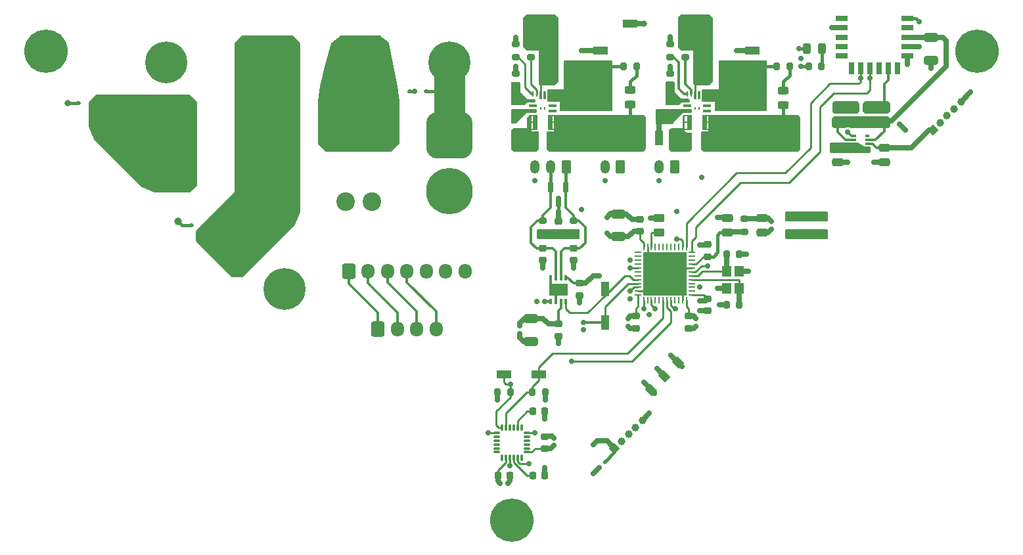
<source format=gtl>
G04 #@! TF.GenerationSoftware,KiCad,Pcbnew,7.0.10-7.0.10~ubuntu22.04.1*
G04 #@! TF.CreationDate,2024-02-06T20:51:40-05:00*
G04 #@! TF.ProjectId,PCB,5043422e-6b69-4636-9164-5f7063625858,rev?*
G04 #@! TF.SameCoordinates,Original*
G04 #@! TF.FileFunction,Copper,L1,Top*
G04 #@! TF.FilePolarity,Positive*
%FSLAX46Y46*%
G04 Gerber Fmt 4.6, Leading zero omitted, Abs format (unit mm)*
G04 Created by KiCad (PCBNEW 7.0.10-7.0.10~ubuntu22.04.1) date 2024-02-06 20:51:40*
%MOMM*%
%LPD*%
G01*
G04 APERTURE LIST*
G04 Aperture macros list*
%AMRoundRect*
0 Rectangle with rounded corners*
0 $1 Rounding radius*
0 $2 $3 $4 $5 $6 $7 $8 $9 X,Y pos of 4 corners*
0 Add a 4 corners polygon primitive as box body*
4,1,4,$2,$3,$4,$5,$6,$7,$8,$9,$2,$3,0*
0 Add four circle primitives for the rounded corners*
1,1,$1+$1,$2,$3*
1,1,$1+$1,$4,$5*
1,1,$1+$1,$6,$7*
1,1,$1+$1,$8,$9*
0 Add four rect primitives between the rounded corners*
20,1,$1+$1,$2,$3,$4,$5,0*
20,1,$1+$1,$4,$5,$6,$7,0*
20,1,$1+$1,$6,$7,$8,$9,0*
20,1,$1+$1,$8,$9,$2,$3,0*%
%AMHorizOval*
0 Thick line with rounded ends*
0 $1 width*
0 $2 $3 position (X,Y) of the first rounded end (center of the circle)*
0 $4 $5 position (X,Y) of the second rounded end (center of the circle)*
0 Add line between two ends*
20,1,$1,$2,$3,$4,$5,0*
0 Add two circle primitives to create the rounded ends*
1,1,$1,$2,$3*
1,1,$1,$4,$5*%
%AMRotRect*
0 Rectangle, with rotation*
0 The origin of the aperture is its center*
0 $1 length*
0 $2 width*
0 $3 Rotation angle, in degrees counterclockwise*
0 Add horizontal line*
21,1,$1,$2,0,0,$3*%
G04 Aperture macros list end*
G04 #@! TA.AperFunction,SMDPad,CuDef*
%ADD10RoundRect,0.200000X-0.275000X0.200000X-0.275000X-0.200000X0.275000X-0.200000X0.275000X0.200000X0*%
G04 #@! TD*
G04 #@! TA.AperFunction,SMDPad,CuDef*
%ADD11RoundRect,0.243750X0.243750X0.456250X-0.243750X0.456250X-0.243750X-0.456250X0.243750X-0.456250X0*%
G04 #@! TD*
G04 #@! TA.AperFunction,SMDPad,CuDef*
%ADD12RoundRect,0.250000X0.475000X-0.250000X0.475000X0.250000X-0.475000X0.250000X-0.475000X-0.250000X0*%
G04 #@! TD*
G04 #@! TA.AperFunction,SMDPad,CuDef*
%ADD13RoundRect,0.225000X-0.225000X-0.250000X0.225000X-0.250000X0.225000X0.250000X-0.225000X0.250000X0*%
G04 #@! TD*
G04 #@! TA.AperFunction,SMDPad,CuDef*
%ADD14RoundRect,0.250000X0.450000X-0.262500X0.450000X0.262500X-0.450000X0.262500X-0.450000X-0.262500X0*%
G04 #@! TD*
G04 #@! TA.AperFunction,SMDPad,CuDef*
%ADD15RoundRect,0.250000X1.100000X-0.325000X1.100000X0.325000X-1.100000X0.325000X-1.100000X-0.325000X0*%
G04 #@! TD*
G04 #@! TA.AperFunction,SMDPad,CuDef*
%ADD16RoundRect,0.243750X-0.456250X0.243750X-0.456250X-0.243750X0.456250X-0.243750X0.456250X0.243750X0*%
G04 #@! TD*
G04 #@! TA.AperFunction,SMDPad,CuDef*
%ADD17R,0.812800X0.254000*%
G04 #@! TD*
G04 #@! TA.AperFunction,SMDPad,CuDef*
%ADD18R,1.092200X0.304800*%
G04 #@! TD*
G04 #@! TA.AperFunction,SMDPad,CuDef*
%ADD19R,0.508000X0.254000*%
G04 #@! TD*
G04 #@! TA.AperFunction,SMDPad,CuDef*
%ADD20R,0.711200X0.254000*%
G04 #@! TD*
G04 #@! TA.AperFunction,SMDPad,CuDef*
%ADD21R,0.254000X0.711200*%
G04 #@! TD*
G04 #@! TA.AperFunction,SMDPad,CuDef*
%ADD22R,0.304800X1.092200*%
G04 #@! TD*
G04 #@! TA.AperFunction,SMDPad,CuDef*
%ADD23R,0.254000X0.406400*%
G04 #@! TD*
G04 #@! TA.AperFunction,ComponentPad*
%ADD24C,5.400000*%
G04 #@! TD*
G04 #@! TA.AperFunction,SMDPad,CuDef*
%ADD25R,1.950000X1.100000*%
G04 #@! TD*
G04 #@! TA.AperFunction,SMDPad,CuDef*
%ADD26RotRect,1.000000X1.200000X45.000000*%
G04 #@! TD*
G04 #@! TA.AperFunction,ComponentPad*
%ADD27C,5.600000*%
G04 #@! TD*
G04 #@! TA.AperFunction,SMDPad,CuDef*
%ADD28R,0.350000X0.650000*%
G04 #@! TD*
G04 #@! TA.AperFunction,SMDPad,CuDef*
%ADD29R,2.400000X1.550000*%
G04 #@! TD*
G04 #@! TA.AperFunction,ComponentPad*
%ADD30RotRect,1.000000X1.000000X135.000000*%
G04 #@! TD*
G04 #@! TA.AperFunction,ComponentPad*
%ADD31HorizOval,1.000000X0.000000X0.000000X0.000000X0.000000X0*%
G04 #@! TD*
G04 #@! TA.AperFunction,ComponentPad*
%ADD32C,2.400000*%
G04 #@! TD*
G04 #@! TA.AperFunction,SMDPad,CuDef*
%ADD33RoundRect,0.200000X0.200000X0.275000X-0.200000X0.275000X-0.200000X-0.275000X0.200000X-0.275000X0*%
G04 #@! TD*
G04 #@! TA.AperFunction,SMDPad,CuDef*
%ADD34RoundRect,0.225000X-0.250000X0.225000X-0.250000X-0.225000X0.250000X-0.225000X0.250000X0.225000X0*%
G04 #@! TD*
G04 #@! TA.AperFunction,SMDPad,CuDef*
%ADD35RoundRect,0.250000X-0.325000X-1.100000X0.325000X-1.100000X0.325000X1.100000X-0.325000X1.100000X0*%
G04 #@! TD*
G04 #@! TA.AperFunction,SMDPad,CuDef*
%ADD36RoundRect,0.112500X-0.212132X0.053033X0.053033X-0.212132X0.212132X-0.053033X-0.053033X0.212132X0*%
G04 #@! TD*
G04 #@! TA.AperFunction,SMDPad,CuDef*
%ADD37RoundRect,0.200000X0.275000X-0.200000X0.275000X0.200000X-0.275000X0.200000X-0.275000X-0.200000X0*%
G04 #@! TD*
G04 #@! TA.AperFunction,SMDPad,CuDef*
%ADD38RoundRect,0.225000X0.250000X-0.225000X0.250000X0.225000X-0.250000X0.225000X-0.250000X-0.225000X0*%
G04 #@! TD*
G04 #@! TA.AperFunction,SMDPad,CuDef*
%ADD39R,1.100000X1.950000*%
G04 #@! TD*
G04 #@! TA.AperFunction,SMDPad,CuDef*
%ADD40R,0.500000X1.000000*%
G04 #@! TD*
G04 #@! TA.AperFunction,SMDPad,CuDef*
%ADD41RoundRect,0.250000X-0.475000X0.250000X-0.475000X-0.250000X0.475000X-0.250000X0.475000X0.250000X0*%
G04 #@! TD*
G04 #@! TA.AperFunction,SMDPad,CuDef*
%ADD42RoundRect,0.112500X-0.187500X-0.112500X0.187500X-0.112500X0.187500X0.112500X-0.187500X0.112500X0*%
G04 #@! TD*
G04 #@! TA.AperFunction,SMDPad,CuDef*
%ADD43RoundRect,0.075000X-0.350000X-0.075000X0.350000X-0.075000X0.350000X0.075000X-0.350000X0.075000X0*%
G04 #@! TD*
G04 #@! TA.AperFunction,SMDPad,CuDef*
%ADD44RoundRect,0.075000X0.075000X-0.350000X0.075000X0.350000X-0.075000X0.350000X-0.075000X-0.350000X0*%
G04 #@! TD*
G04 #@! TA.AperFunction,SMDPad,CuDef*
%ADD45RoundRect,0.250000X-0.650000X0.325000X-0.650000X-0.325000X0.650000X-0.325000X0.650000X0.325000X0*%
G04 #@! TD*
G04 #@! TA.AperFunction,SMDPad,CuDef*
%ADD46R,3.620000X1.140000*%
G04 #@! TD*
G04 #@! TA.AperFunction,SMDPad,CuDef*
%ADD47R,7.860000X10.860000*%
G04 #@! TD*
G04 #@! TA.AperFunction,ComponentPad*
%ADD48RoundRect,1.500000X-1.500000X1.500000X-1.500000X-1.500000X1.500000X-1.500000X1.500000X1.500000X0*%
G04 #@! TD*
G04 #@! TA.AperFunction,ComponentPad*
%ADD49C,6.000000*%
G04 #@! TD*
G04 #@! TA.AperFunction,SMDPad,CuDef*
%ADD50R,1.498600X0.711200*%
G04 #@! TD*
G04 #@! TA.AperFunction,SMDPad,CuDef*
%ADD51R,0.711200X1.498600*%
G04 #@! TD*
G04 #@! TA.AperFunction,SMDPad,CuDef*
%ADD52RoundRect,0.112500X-0.053033X-0.212132X0.212132X0.053033X0.053033X0.212132X-0.212132X-0.053033X0*%
G04 #@! TD*
G04 #@! TA.AperFunction,SMDPad,CuDef*
%ADD53R,1.200000X1.400000*%
G04 #@! TD*
G04 #@! TA.AperFunction,ComponentPad*
%ADD54RoundRect,0.250000X-0.600000X-0.725000X0.600000X-0.725000X0.600000X0.725000X-0.600000X0.725000X0*%
G04 #@! TD*
G04 #@! TA.AperFunction,ComponentPad*
%ADD55O,1.700000X1.950000*%
G04 #@! TD*
G04 #@! TA.AperFunction,SMDPad,CuDef*
%ADD56RoundRect,0.062500X0.375000X0.062500X-0.375000X0.062500X-0.375000X-0.062500X0.375000X-0.062500X0*%
G04 #@! TD*
G04 #@! TA.AperFunction,SMDPad,CuDef*
%ADD57RoundRect,0.062500X0.062500X0.375000X-0.062500X0.375000X-0.062500X-0.375000X0.062500X-0.375000X0*%
G04 #@! TD*
G04 #@! TA.AperFunction,SMDPad,CuDef*
%ADD58R,5.600000X5.600000*%
G04 #@! TD*
G04 #@! TA.AperFunction,SMDPad,CuDef*
%ADD59R,0.475000X0.300000*%
G04 #@! TD*
G04 #@! TA.AperFunction,SMDPad,CuDef*
%ADD60RoundRect,0.200000X-0.200000X-0.275000X0.200000X-0.275000X0.200000X0.275000X-0.200000X0.275000X0*%
G04 #@! TD*
G04 #@! TA.AperFunction,SMDPad,CuDef*
%ADD61RoundRect,0.250000X0.650000X-0.325000X0.650000X0.325000X-0.650000X0.325000X-0.650000X-0.325000X0*%
G04 #@! TD*
G04 #@! TA.AperFunction,SMDPad,CuDef*
%ADD62R,1.000000X0.700000*%
G04 #@! TD*
G04 #@! TA.AperFunction,SMDPad,CuDef*
%ADD63RoundRect,0.150000X-0.150000X0.587500X-0.150000X-0.587500X0.150000X-0.587500X0.150000X0.587500X0*%
G04 #@! TD*
G04 #@! TA.AperFunction,ComponentPad*
%ADD64RoundRect,0.250000X0.350000X0.625000X-0.350000X0.625000X-0.350000X-0.625000X0.350000X-0.625000X0*%
G04 #@! TD*
G04 #@! TA.AperFunction,ComponentPad*
%ADD65O,1.200000X1.750000*%
G04 #@! TD*
G04 #@! TA.AperFunction,ViaPad*
%ADD66C,1.000000*%
G04 #@! TD*
G04 #@! TA.AperFunction,ViaPad*
%ADD67C,0.700000*%
G04 #@! TD*
G04 #@! TA.AperFunction,ViaPad*
%ADD68C,0.800000*%
G04 #@! TD*
G04 #@! TA.AperFunction,Conductor*
%ADD69C,0.250000*%
G04 #@! TD*
G04 #@! TA.AperFunction,Conductor*
%ADD70C,0.700000*%
G04 #@! TD*
G04 #@! TA.AperFunction,Conductor*
%ADD71C,0.400000*%
G04 #@! TD*
G04 #@! TA.AperFunction,Conductor*
%ADD72C,0.300000*%
G04 #@! TD*
G04 #@! TA.AperFunction,Conductor*
%ADD73C,4.000000*%
G04 #@! TD*
G04 APERTURE END LIST*
G04 #@! TA.AperFunction,EtchedComponent*
G36*
X102792000Y-36727000D02*
G01*
X102208000Y-36727000D01*
X102208000Y-34773000D01*
X102792000Y-34773000D01*
X102792000Y-36727000D01*
G37*
G04 #@! TD.AperFunction*
G04 #@! TA.AperFunction,EtchedComponent*
G36*
X104792000Y-36727000D02*
G01*
X104208000Y-36727000D01*
X104208000Y-34773000D01*
X104792000Y-34773000D01*
X104792000Y-36727000D01*
G37*
G04 #@! TD.AperFunction*
G04 #@! TA.AperFunction,EtchedComponent*
G36*
X122692000Y-36727000D02*
G01*
X122108000Y-36727000D01*
X122108000Y-34773000D01*
X122692000Y-34773000D01*
X122692000Y-36727000D01*
G37*
G04 #@! TD.AperFunction*
G04 #@! TA.AperFunction,EtchedComponent*
G36*
X124692000Y-36727000D02*
G01*
X124108000Y-36727000D01*
X124108000Y-34773000D01*
X124692000Y-34773000D01*
X124692000Y-36727000D01*
G37*
G04 #@! TD.AperFunction*
D10*
X100000000Y-29425000D03*
X100000000Y-31075000D03*
D11*
X139437500Y-26250000D03*
X137562500Y-26250000D03*
D12*
X127250000Y-49950000D03*
X127250000Y-48050000D03*
D13*
X102225000Y-81250000D03*
X103775000Y-81250000D03*
D14*
X118500000Y-49912500D03*
X118500000Y-48087500D03*
D15*
X111000000Y-36475000D03*
X111000000Y-33525000D03*
D16*
X134500000Y-31625000D03*
X134500000Y-33500000D03*
D17*
X102106000Y-32950000D03*
D18*
X102246000Y-33599999D03*
X102246000Y-34250000D03*
D19*
X101954000Y-34900000D03*
X101954000Y-35750001D03*
X101954000Y-36600000D03*
X105046000Y-36600000D03*
X105046000Y-35750001D03*
X105046000Y-34900000D03*
D18*
X104754000Y-34250000D03*
X104754000Y-33599999D03*
D20*
X104944000Y-32950000D03*
D21*
X104750000Y-32056000D03*
X104250001Y-32056000D03*
D22*
X103750000Y-32246000D03*
X103250000Y-32246000D03*
D21*
X102749999Y-32056000D03*
X102250000Y-32056000D03*
D23*
X103250000Y-33925000D03*
X103750000Y-33925000D03*
D10*
X147500000Y-33925000D03*
X147500000Y-35575000D03*
D24*
X49000000Y-36000000D03*
X91500000Y-28000000D03*
D25*
X130540000Y-26500000D03*
D26*
X117429111Y-70214645D03*
X119196878Y-68446878D03*
X120964645Y-66679111D03*
D15*
X127400000Y-36475000D03*
X127400000Y-33525000D03*
D27*
X159500000Y-26542136D03*
D28*
X104525000Y-58850000D03*
X105175000Y-58850000D03*
X105825000Y-58850000D03*
X106475000Y-58850000D03*
X106475000Y-55750000D03*
X105825000Y-55750000D03*
X105175000Y-55750000D03*
X104525000Y-55750000D03*
D29*
X105500000Y-57300000D03*
D30*
X153805923Y-36694077D03*
D31*
X154703949Y-35796051D03*
X155601974Y-34898026D03*
X156500000Y-34000000D03*
X157398025Y-33101975D03*
D32*
X81500000Y-45920000D03*
X78100000Y-45920000D03*
X81500000Y-36000000D03*
X78100000Y-36000000D03*
D10*
X119900000Y-29425000D03*
X119900000Y-31075000D03*
D33*
X139400000Y-28500000D03*
X137750000Y-28500000D03*
D34*
X105500000Y-48475000D03*
X105500000Y-50025000D03*
X107500000Y-51975000D03*
X107500000Y-53525000D03*
D10*
X102000000Y-25675000D03*
X102000000Y-27325000D03*
D35*
X104025000Y-29500000D03*
X106975000Y-29500000D03*
D33*
X115575000Y-28500000D03*
X113925000Y-28500000D03*
D24*
X70250000Y-57250000D03*
D33*
X135325000Y-28500000D03*
X133675000Y-28500000D03*
D36*
X150250000Y-36750000D03*
X151734924Y-38234924D03*
D37*
X119900000Y-27325000D03*
X119900000Y-25675000D03*
D13*
X97725000Y-81250000D03*
X99275000Y-81250000D03*
D38*
X141500000Y-35525000D03*
X141500000Y-33975000D03*
D39*
X118500000Y-37750000D03*
D10*
X103500000Y-48425000D03*
X103500000Y-50075000D03*
D40*
X145150000Y-33750000D03*
X143850000Y-33750000D03*
X144500000Y-35750000D03*
D41*
X131750000Y-48050000D03*
X131750000Y-49950000D03*
D27*
X99500000Y-87000000D03*
D17*
X122006000Y-32950000D03*
D18*
X122146000Y-33599999D03*
X122146000Y-34250000D03*
D19*
X121854000Y-34900000D03*
X121854000Y-35750001D03*
X121854000Y-36600000D03*
X124946000Y-36600000D03*
X124946000Y-35750001D03*
X124946000Y-34900000D03*
D18*
X124654000Y-34250000D03*
X124654000Y-33599999D03*
D20*
X124844000Y-32950000D03*
D21*
X124650000Y-32056000D03*
X124150001Y-32056000D03*
D22*
X123650000Y-32246000D03*
X123150000Y-32246000D03*
D21*
X122649999Y-32056000D03*
X122150000Y-32056000D03*
D23*
X123150000Y-33925000D03*
X123650000Y-33925000D03*
D25*
X103000000Y-68250000D03*
D42*
X86400000Y-31750000D03*
X88500000Y-31750000D03*
D10*
X100000000Y-32925000D03*
X100000000Y-34575000D03*
D43*
X97550000Y-75750000D03*
X97550000Y-76250000D03*
X97550000Y-76750000D03*
X97550000Y-77250000D03*
X97550000Y-77750000D03*
X97550000Y-78250000D03*
D44*
X98250000Y-78950000D03*
X98750000Y-78950000D03*
X99250000Y-78950000D03*
X99750000Y-78950000D03*
X100250000Y-78950000D03*
X100750000Y-78950000D03*
D43*
X101450000Y-78250000D03*
X101450000Y-77750000D03*
X101450000Y-77250000D03*
X101450000Y-76750000D03*
X101450000Y-76250000D03*
X101450000Y-75750000D03*
D44*
X100750000Y-75050000D03*
X100250000Y-75050000D03*
X99750000Y-75050000D03*
X99250000Y-75050000D03*
X98750000Y-75050000D03*
X98250000Y-75050000D03*
D45*
X153500000Y-24775000D03*
X153500000Y-27725000D03*
D38*
X105500000Y-63275000D03*
X105500000Y-61725000D03*
D46*
X56360000Y-35960000D03*
D47*
X68000000Y-38500000D03*
D46*
X56360000Y-41040000D03*
D37*
X100000000Y-27325000D03*
X100000000Y-25675000D03*
D39*
X111500000Y-61500000D03*
X111500000Y-57250000D03*
D24*
X68000000Y-28000000D03*
D48*
X91500000Y-37420000D03*
D49*
X91500000Y-44620000D03*
D38*
X108250000Y-58025000D03*
X108250000Y-56475000D03*
D34*
X103500000Y-51975000D03*
X103500000Y-53525000D03*
D50*
X141999310Y-22349999D03*
X141999310Y-23548879D03*
X141999310Y-24747759D03*
X141999310Y-25946639D03*
X141999310Y-27145519D03*
D51*
X143252800Y-28800370D03*
X144451680Y-28800370D03*
X145650560Y-28800370D03*
X146849440Y-28800370D03*
X148048320Y-28800370D03*
X149247200Y-28800370D03*
D50*
X150500690Y-27145519D03*
X150500690Y-25946639D03*
X150500690Y-24747759D03*
X150500690Y-23548879D03*
X150500690Y-22349999D03*
D24*
X63750000Y-50750000D03*
D52*
X110015076Y-80984924D03*
X111500000Y-79500000D03*
D13*
X102200000Y-73000000D03*
X103750000Y-73000000D03*
D53*
X128800000Y-57100000D03*
X128800000Y-54900000D03*
X127200000Y-54900000D03*
X127200000Y-57100000D03*
D10*
X121900000Y-25675000D03*
X121900000Y-27325000D03*
D33*
X128825000Y-59250000D03*
X127175000Y-59250000D03*
D54*
X78500000Y-54920000D03*
D55*
X81000000Y-54920000D03*
X83500000Y-54920000D03*
X86000000Y-54920000D03*
X88500000Y-54920000D03*
X91000000Y-54920000D03*
X93500000Y-54920000D03*
D30*
X112750000Y-77750000D03*
D31*
X113648026Y-76851974D03*
X114546051Y-75953949D03*
X115444077Y-75055923D03*
X116342102Y-74157898D03*
D38*
X124750000Y-53025000D03*
X124750000Y-51475000D03*
D56*
X122687500Y-58000000D03*
X122687500Y-57500000D03*
X122687500Y-57000000D03*
X122687500Y-56500000D03*
X122687500Y-56000000D03*
X122687500Y-55500000D03*
X122687500Y-55000000D03*
X122687500Y-54500000D03*
X122687500Y-54000000D03*
X122687500Y-53500000D03*
X122687500Y-53000000D03*
X122687500Y-52500000D03*
D57*
X122000000Y-51812500D03*
X121500000Y-51812500D03*
X121000000Y-51812500D03*
X120500000Y-51812500D03*
X120000000Y-51812500D03*
X119500000Y-51812500D03*
X119000000Y-51812500D03*
X118500000Y-51812500D03*
X118000000Y-51812500D03*
X117500000Y-51812500D03*
X117000000Y-51812500D03*
X116500000Y-51812500D03*
D56*
X115812500Y-52500000D03*
X115812500Y-53000000D03*
X115812500Y-53500000D03*
X115812500Y-54000000D03*
X115812500Y-54500000D03*
X115812500Y-55000000D03*
X115812500Y-55500000D03*
X115812500Y-56000000D03*
X115812500Y-56500000D03*
X115812500Y-57000000D03*
X115812500Y-57500000D03*
X115812500Y-58000000D03*
D57*
X116500000Y-58687500D03*
X117000000Y-58687500D03*
X117500000Y-58687500D03*
X118000000Y-58687500D03*
X118500000Y-58687500D03*
X119000000Y-58687500D03*
X119500000Y-58687500D03*
X120000000Y-58687500D03*
X120500000Y-58687500D03*
X121000000Y-58687500D03*
X121500000Y-58687500D03*
X122000000Y-58687500D03*
D58*
X119250000Y-55250000D03*
D33*
X99325000Y-70500000D03*
X97675000Y-70500000D03*
D37*
X129500000Y-49825000D03*
X129500000Y-48175000D03*
D16*
X114750000Y-31562500D03*
X114750000Y-33437500D03*
D25*
X98500000Y-68250000D03*
D15*
X107500000Y-36475000D03*
X107500000Y-33525000D03*
D59*
X143662000Y-37500000D03*
X143662000Y-38000000D03*
X143662000Y-38500000D03*
X143662000Y-39000000D03*
X145338000Y-39000000D03*
X145338000Y-38500000D03*
X145338000Y-38000000D03*
X145338000Y-37500000D03*
D35*
X123950000Y-29500000D03*
X126900000Y-29500000D03*
D37*
X107500000Y-50075000D03*
X107500000Y-48425000D03*
D60*
X127175000Y-52750000D03*
X128825000Y-52750000D03*
D45*
X102000000Y-61025000D03*
X102000000Y-63975000D03*
D60*
X102175000Y-70500000D03*
X103825000Y-70500000D03*
D24*
X55000000Y-28000000D03*
D34*
X115500000Y-60725000D03*
X115500000Y-62275000D03*
D38*
X116000000Y-49775000D03*
X116000000Y-48225000D03*
D42*
X58200000Y-49000000D03*
X60300000Y-49000000D03*
D25*
X114750000Y-23000000D03*
D42*
X43650000Y-33250000D03*
X45750000Y-33250000D03*
D41*
X141500000Y-39000000D03*
X141500000Y-40900000D03*
D15*
X130900000Y-36475000D03*
X130900000Y-33525000D03*
D61*
X113250000Y-50475000D03*
X113250000Y-47525000D03*
D10*
X119900000Y-32900000D03*
X119900000Y-34550000D03*
D62*
X135250000Y-47925000D03*
X139750000Y-47925000D03*
X135250000Y-50075000D03*
X139750000Y-50075000D03*
D25*
X110960000Y-26500000D03*
D38*
X103750000Y-77775000D03*
X103750000Y-76225000D03*
D34*
X124750000Y-58475000D03*
X124750000Y-60025000D03*
D63*
X106450000Y-44062500D03*
X104550000Y-44062500D03*
X105500000Y-45937500D03*
D27*
X39500000Y-26542136D03*
D41*
X147500000Y-39000000D03*
X147500000Y-40900000D03*
D34*
X122250000Y-60725000D03*
X122250000Y-62275000D03*
D24*
X80000000Y-28000000D03*
D54*
X82250000Y-62420000D03*
D55*
X84750000Y-62420000D03*
X87250000Y-62420000D03*
X89750000Y-62420000D03*
D64*
X120500000Y-41500000D03*
D65*
X118500000Y-41500000D03*
D64*
X113500000Y-41500000D03*
D65*
X111500000Y-41500000D03*
D64*
X106500000Y-41500000D03*
D65*
X104500000Y-41500000D03*
X102500000Y-41500000D03*
D66*
X57750000Y-38500000D03*
X56000000Y-38500000D03*
D67*
X121650000Y-24250000D03*
D66*
X56000000Y-43750000D03*
D67*
X103250000Y-22750000D03*
D66*
X54250000Y-38500000D03*
D67*
X103250000Y-24250000D03*
X121650000Y-22750000D03*
X104750000Y-22750000D03*
X124650000Y-22750000D03*
D66*
X56000000Y-33250000D03*
X54250000Y-33250000D03*
D67*
X101750000Y-22750000D03*
D68*
X116500000Y-23000000D03*
D66*
X57750000Y-33250000D03*
D67*
X104750000Y-24250000D03*
D66*
X54250000Y-43750000D03*
D67*
X124650000Y-24250000D03*
X123150000Y-22750000D03*
D66*
X57750000Y-43750000D03*
D67*
X123150000Y-24250000D03*
X101750000Y-24250000D03*
X103500000Y-54500000D03*
X120900000Y-34400000D03*
X119900000Y-35500000D03*
X110750000Y-80250000D03*
X111500000Y-43250000D03*
X131650000Y-30250000D03*
X123750000Y-51500000D03*
D68*
X42250000Y-33250000D03*
D67*
X117850000Y-53900000D03*
X136750000Y-27500000D03*
X117250000Y-60500000D03*
X153500000Y-28750000D03*
X102500000Y-43250000D03*
X129750000Y-52750000D03*
X142800000Y-40900000D03*
X111750000Y-48000000D03*
X101000000Y-34400000D03*
X126000000Y-57100000D03*
X106250000Y-57300000D03*
X138500000Y-50000000D03*
X107500000Y-54500000D03*
X110100000Y-32000000D03*
X114750000Y-58500000D03*
X136500000Y-50000000D03*
X128500000Y-32000000D03*
X120650000Y-53900000D03*
X128500000Y-30250000D03*
X111750000Y-30250000D03*
X107000000Y-32000000D03*
X149500000Y-36000000D03*
X103750000Y-80250000D03*
X146200000Y-40900000D03*
X111750000Y-28500000D03*
X101750000Y-79750000D03*
X111750000Y-32000000D03*
X126250000Y-59250000D03*
X100000000Y-24750000D03*
X110100000Y-28500000D03*
X99800000Y-35500000D03*
X130000000Y-30250000D03*
X158648025Y-31851975D03*
X96500000Y-75750000D03*
X119900000Y-24700000D03*
X105500000Y-47250000D03*
X87000000Y-31750000D03*
X120650000Y-56700000D03*
X99250000Y-80000000D03*
X128500000Y-28500000D03*
X103750000Y-74000000D03*
X117850000Y-56700000D03*
X108500000Y-47000000D03*
X123750000Y-57000000D03*
X124000000Y-42800000D03*
X130000000Y-32000000D03*
D66*
X56500000Y-48500000D03*
D67*
X142800000Y-37000000D03*
X114750000Y-53500000D03*
X104900000Y-76400000D03*
X117350000Y-48087500D03*
X152000000Y-25946639D03*
X119250000Y-55300000D03*
X108500000Y-28500000D03*
X131650000Y-32000000D03*
X108750000Y-62500000D03*
X140750000Y-23548879D03*
X102750000Y-58850000D03*
X108500000Y-32000000D03*
X104750000Y-57300000D03*
X118500000Y-35500000D03*
X130000000Y-28500000D03*
X123250000Y-62000000D03*
X142700000Y-34200000D03*
X133000000Y-49500000D03*
X110100000Y-30250000D03*
X105500000Y-64250000D03*
X126000000Y-48000000D03*
X130000000Y-54900000D03*
X126900000Y-32000000D03*
X99000000Y-82250000D03*
X108500000Y-30250000D03*
X100500000Y-63000000D03*
X116500000Y-69250000D03*
X117250000Y-73250000D03*
X142700000Y-33400000D03*
X118500000Y-43250000D03*
X114500000Y-62000000D03*
X123750000Y-60000000D03*
X131500000Y-28500000D03*
X102500000Y-75750000D03*
X123250000Y-61000000D03*
X110750000Y-55500000D03*
X123750000Y-58750000D03*
X133250000Y-35500000D03*
X134500000Y-38500000D03*
X120750000Y-47250000D03*
X133250000Y-38500000D03*
X97675000Y-71500000D03*
X135750000Y-37000000D03*
X128500000Y-26500000D03*
X111750000Y-50000000D03*
X133000000Y-48500000D03*
X142800000Y-39000000D03*
X134500000Y-35500000D03*
X114500000Y-61000000D03*
X144500000Y-39000000D03*
X119900000Y-28500000D03*
X103825000Y-71500000D03*
X104900000Y-77400000D03*
X120000000Y-65750000D03*
X98000000Y-82250000D03*
X135750000Y-38500000D03*
X134500000Y-37000000D03*
X133250000Y-37000000D03*
X135750000Y-35500000D03*
X110000000Y-77250000D03*
X114750000Y-37000000D03*
X100000000Y-28500000D03*
X100500000Y-61949997D03*
X113500000Y-38500000D03*
X113500000Y-37000000D03*
X114750000Y-35500000D03*
X116000000Y-38500000D03*
X116000000Y-37000000D03*
X108250000Y-59000000D03*
X136500000Y-26250000D03*
X108500000Y-26500000D03*
X116000000Y-35500000D03*
X113500000Y-35500000D03*
X114750000Y-38500000D03*
X136500000Y-48000000D03*
X138500000Y-48000000D03*
X124750000Y-54225000D03*
D68*
X70000000Y-38500000D03*
D66*
X68000000Y-45000000D03*
D68*
X66000000Y-42500000D03*
D66*
X65250000Y-31750000D03*
X68000000Y-31750000D03*
D68*
X66000000Y-34500000D03*
X70000000Y-34500000D03*
D66*
X71000000Y-45000000D03*
X71000000Y-47250000D03*
D68*
X70000000Y-42500000D03*
D66*
X71000000Y-31750000D03*
D68*
X66000000Y-38500000D03*
D66*
X68000000Y-47250000D03*
X65250000Y-45000000D03*
D67*
X114750000Y-54500000D03*
X120750000Y-50750000D03*
X118000000Y-59750000D03*
X114750000Y-57500000D03*
X116500000Y-59750000D03*
X152000000Y-22750000D03*
X144451680Y-30000000D03*
X145650560Y-30000000D03*
X99325000Y-69500000D03*
X107250000Y-66500000D03*
X136750000Y-28500000D03*
X150500000Y-28250000D03*
X120587370Y-59750000D03*
X118250000Y-67500000D03*
X108750000Y-61500000D03*
X103750000Y-58850000D03*
X120500000Y-38750000D03*
X122000000Y-38750000D03*
X120500000Y-37750000D03*
X122000000Y-37750000D03*
X102250000Y-37750000D03*
X100250000Y-37750000D03*
X102250000Y-38750000D03*
X100250000Y-38750000D03*
D66*
X82250000Y-32000000D03*
X75500000Y-37750000D03*
X79750000Y-38500000D03*
X84000000Y-34000000D03*
X79750000Y-34000000D03*
X75500000Y-34000000D03*
X84000000Y-37750000D03*
X77500000Y-32000000D03*
D69*
X103250000Y-30275000D02*
X104025000Y-29500000D01*
X103250000Y-32246000D02*
X103250000Y-30275000D01*
X123150000Y-30300000D02*
X123950000Y-29500000D01*
X123150000Y-32246000D02*
X123150000Y-30300000D01*
D70*
X116500000Y-23000000D02*
X114750000Y-23000000D01*
D71*
X105175000Y-57725000D02*
X104750000Y-57300000D01*
D70*
X128825000Y-52750000D02*
X129750000Y-52750000D01*
X130000000Y-54900000D02*
X128800000Y-54900000D01*
X104700000Y-76200000D02*
X103775000Y-76200000D01*
X105500000Y-47250000D02*
X105500000Y-48475000D01*
X112250000Y-47500000D02*
X113225000Y-47500000D01*
D71*
X56500000Y-48500000D02*
X57000000Y-49000000D01*
D70*
X117350000Y-48087500D02*
X118500000Y-48087500D01*
X100000000Y-25675000D02*
X100000000Y-24750000D01*
D69*
X100250000Y-79442764D02*
X100250000Y-78950000D01*
D70*
X100500000Y-63500000D02*
X101000000Y-64000000D01*
X153500000Y-28750000D02*
X153500000Y-27725000D01*
D69*
X101750000Y-79750000D02*
X100557236Y-79750000D01*
D70*
X114275000Y-47525000D02*
X114975000Y-48225000D01*
X101000000Y-64000000D02*
X101975000Y-64000000D01*
D71*
X105500000Y-45937500D02*
X105500000Y-47250000D01*
D69*
X120000000Y-54500000D02*
X119250000Y-55250000D01*
D72*
X143300000Y-37500000D02*
X143662000Y-37500000D01*
D70*
X127200000Y-57100000D02*
X126000000Y-57100000D01*
X103750000Y-73000000D02*
X103750000Y-74000000D01*
X150500690Y-25946639D02*
X152000000Y-25946639D01*
X146200000Y-40900000D02*
X147500000Y-40900000D01*
X123750000Y-51500000D02*
X124725000Y-51500000D01*
D71*
X133675000Y-28500000D02*
X131500000Y-28500000D01*
D70*
X100500000Y-63000000D02*
X100500000Y-63500000D01*
X126000000Y-48000000D02*
X127200000Y-48000000D01*
D71*
X57000000Y-49000000D02*
X58200000Y-49000000D01*
D70*
X124725000Y-60000000D02*
X124750000Y-60025000D01*
X114775000Y-62275000D02*
X114500000Y-62000000D01*
X117250000Y-73250000D02*
X116342102Y-74157898D01*
X115500000Y-62250000D02*
X115550000Y-62200000D01*
X111750000Y-48000000D02*
X112250000Y-47500000D01*
D69*
X122687500Y-54500000D02*
X120000000Y-54500000D01*
D70*
X127175000Y-59250000D02*
X126250000Y-59250000D01*
X123250000Y-62000000D02*
X122975000Y-62275000D01*
D69*
X121500000Y-57500000D02*
X119250000Y-55250000D01*
D70*
X110750000Y-80250000D02*
X110015076Y-80984924D01*
X123750000Y-60000000D02*
X124725000Y-60000000D01*
X103750000Y-81225000D02*
X103775000Y-81250000D01*
X100000000Y-25650000D02*
X99975000Y-25675000D01*
X113225000Y-47500000D02*
X113250000Y-47525000D01*
X140750000Y-23548879D02*
X141999310Y-23548879D01*
X158648025Y-31851975D02*
X157398025Y-33101975D01*
X113250000Y-47525000D02*
X114275000Y-47525000D01*
X117929111Y-70714645D02*
X117929111Y-70679111D01*
D69*
X117000000Y-51812500D02*
X117000000Y-53000000D01*
D70*
X122975000Y-62275000D02*
X122250000Y-62275000D01*
X103500000Y-53525000D02*
X103500000Y-54500000D01*
X114975000Y-48225000D02*
X116000000Y-48225000D01*
D69*
X115812500Y-57500000D02*
X117000000Y-57500000D01*
D70*
X118500000Y-35500000D02*
X118500000Y-36960000D01*
D69*
X99250000Y-78950000D02*
X99250000Y-80000000D01*
D72*
X142800000Y-37000000D02*
X143300000Y-37500000D01*
D69*
X99250000Y-81175000D02*
X99275000Y-81200000D01*
D70*
X127200000Y-48000000D02*
X127250000Y-48050000D01*
D69*
X121500000Y-58687500D02*
X121500000Y-57500000D01*
X99250000Y-81225000D02*
X99275000Y-81250000D01*
X117000000Y-57500000D02*
X119250000Y-55250000D01*
X117000000Y-53000000D02*
X119250000Y-55250000D01*
D70*
X149500000Y-36000000D02*
X150250000Y-36750000D01*
X132550000Y-49950000D02*
X133000000Y-49500000D01*
D69*
X103750000Y-76175000D02*
X103700000Y-76225000D01*
D70*
X103775000Y-76200000D02*
X103750000Y-76225000D01*
D72*
X104525000Y-55750000D02*
X104525000Y-57075000D01*
D70*
X131750000Y-49950000D02*
X132550000Y-49950000D01*
X124725000Y-51500000D02*
X124750000Y-51475000D01*
D71*
X86200000Y-31750000D02*
X87000000Y-31750000D01*
X43650000Y-33250000D02*
X42250000Y-33250000D01*
D70*
X142800000Y-40900000D02*
X141500000Y-40900000D01*
X117429111Y-70179111D02*
X116500000Y-69250000D01*
X153450000Y-27775000D02*
X153500000Y-27725000D01*
X103750000Y-80250000D02*
X103750000Y-81225000D01*
D69*
X97550000Y-75750000D02*
X96500000Y-75750000D01*
D70*
X115500000Y-62275000D02*
X114775000Y-62275000D01*
D69*
X101450000Y-75750000D02*
X102500000Y-75750000D01*
X100557236Y-79750000D02*
X100250000Y-79442764D01*
D71*
X111750000Y-28500000D02*
X113925000Y-28500000D01*
D70*
X105500000Y-64250000D02*
X105500000Y-63275000D01*
D72*
X105175000Y-58850000D02*
X105175000Y-57725000D01*
D70*
X99275000Y-81250000D02*
X99275000Y-81975000D01*
D71*
X104525000Y-57075000D02*
X104750000Y-57300000D01*
D70*
X107500000Y-53525000D02*
X107500000Y-54500000D01*
X119900000Y-25675000D02*
X119900000Y-24700000D01*
X101975000Y-64000000D02*
X102000000Y-63975000D01*
X99275000Y-81975000D02*
X99000000Y-82250000D01*
X104900000Y-76400000D02*
X104700000Y-76200000D01*
X109025000Y-56475000D02*
X108250000Y-56475000D01*
X97725000Y-81250000D02*
X97725000Y-81975000D01*
D71*
X134500000Y-35500000D02*
X134500000Y-33500000D01*
D70*
X110000000Y-55500000D02*
X109025000Y-56475000D01*
D69*
X115500000Y-60725000D02*
X115500000Y-59750000D01*
D70*
X132550000Y-48050000D02*
X133000000Y-48500000D01*
X110750000Y-55500000D02*
X110000000Y-55500000D01*
X104500000Y-77800000D02*
X103775000Y-77800000D01*
D69*
X124275000Y-58000000D02*
X122687500Y-58000000D01*
D70*
X110000000Y-77250000D02*
X110500000Y-76750000D01*
X122975000Y-60725000D02*
X122250000Y-60725000D01*
X115500000Y-60725000D02*
X114775000Y-60725000D01*
X103775000Y-77800000D02*
X103750000Y-77775000D01*
X113250000Y-50475000D02*
X114525000Y-50475000D01*
X111750000Y-50000000D02*
X112225000Y-50475000D01*
D69*
X98750000Y-78950000D02*
X98750000Y-79550000D01*
X116500000Y-51812500D02*
X116500000Y-51250000D01*
X101450000Y-78250000D02*
X102050000Y-78250000D01*
X97725000Y-80575000D02*
X97725000Y-81250000D01*
D70*
X119900000Y-29425000D02*
X119900000Y-28500000D01*
D69*
X116250000Y-51000000D02*
X116000000Y-50750000D01*
D70*
X111750000Y-76750000D02*
X112750000Y-77750000D01*
X129500000Y-48175000D02*
X131625000Y-48175000D01*
D72*
X106750000Y-55750000D02*
X107475000Y-56475000D01*
D69*
X122000000Y-58687500D02*
X122000000Y-59500000D01*
D70*
X124475000Y-58750000D02*
X124750000Y-58475000D01*
D69*
X102050000Y-78250000D02*
X102525000Y-77775000D01*
D70*
X112225000Y-50475000D02*
X113250000Y-50475000D01*
X123250000Y-61000000D02*
X122975000Y-60725000D01*
D69*
X115500000Y-60725000D02*
X115562500Y-60662500D01*
D70*
X128500000Y-26500000D02*
X130000000Y-26500000D01*
D69*
X98750000Y-79550000D02*
X97725000Y-80575000D01*
X97700000Y-81175000D02*
X97725000Y-81200000D01*
D70*
X114525000Y-50475000D02*
X115225000Y-49775000D01*
X97675000Y-71500000D02*
X97675000Y-70500000D01*
D69*
X122250000Y-59750000D02*
X122250000Y-60725000D01*
D70*
X114775000Y-60725000D02*
X114500000Y-61000000D01*
D69*
X115812500Y-59437500D02*
X115812500Y-58000000D01*
X115500000Y-59750000D02*
X115812500Y-59437500D01*
D70*
X115225000Y-49775000D02*
X116000000Y-49775000D01*
X110500000Y-76750000D02*
X111750000Y-76750000D01*
D69*
X124750000Y-58475000D02*
X124275000Y-58000000D01*
D70*
X121464645Y-67179111D02*
X121429111Y-67179111D01*
D71*
X112750000Y-78250000D02*
X111500000Y-79500000D01*
D69*
X116000000Y-50750000D02*
X116000000Y-49775000D01*
D70*
X103825000Y-71500000D02*
X103825000Y-70500000D01*
D69*
X122000000Y-59500000D02*
X122250000Y-59750000D01*
D70*
X97725000Y-81975000D02*
X98000000Y-82250000D01*
X123750000Y-58750000D02*
X124475000Y-58750000D01*
D72*
X107475000Y-56475000D02*
X108250000Y-56475000D01*
D70*
X120929111Y-66679111D02*
X120000000Y-65750000D01*
X131625000Y-48175000D02*
X131750000Y-48050000D01*
D72*
X106475000Y-55750000D02*
X106750000Y-55750000D01*
D69*
X102525000Y-77775000D02*
X103750000Y-77775000D01*
X116500000Y-51250000D02*
X116250000Y-51000000D01*
D70*
X104900000Y-77400000D02*
X104500000Y-77800000D01*
D71*
X112500000Y-77750000D02*
X112750000Y-77750000D01*
D70*
X131750000Y-48050000D02*
X132550000Y-48050000D01*
D71*
X112750000Y-77750000D02*
X112750000Y-78250000D01*
D70*
X100000000Y-28500000D02*
X100000000Y-29425000D01*
D72*
X105500000Y-60000000D02*
X105500000Y-61725000D01*
D71*
X114750000Y-35500000D02*
X114750000Y-33437500D01*
D70*
X108500000Y-26500000D02*
X110170000Y-26500000D01*
X102000000Y-61025000D02*
X103525000Y-61025000D01*
D72*
X105825000Y-58850000D02*
X105825000Y-59675000D01*
D70*
X103525000Y-61025000D02*
X104225000Y-61725000D01*
D71*
X136500000Y-26250000D02*
X137562500Y-26250000D01*
D70*
X101087499Y-61025000D02*
X102000000Y-61025000D01*
X100500000Y-61949997D02*
X100500000Y-61612499D01*
X104225000Y-61725000D02*
X105500000Y-61725000D01*
X108250000Y-58025000D02*
X108250000Y-59000000D01*
D71*
X137500000Y-26312500D02*
X137562500Y-26250000D01*
D70*
X100500000Y-61612499D02*
X101087499Y-61025000D01*
D72*
X105825000Y-59675000D02*
X105500000Y-60000000D01*
D70*
X150500690Y-24747759D02*
X153472759Y-24747759D01*
D71*
X153447759Y-24722759D02*
X153500000Y-24775000D01*
D70*
X153472759Y-24747759D02*
X155047759Y-24747759D01*
X155500000Y-28500000D02*
X148425000Y-35575000D01*
X155047759Y-24747759D02*
X155500000Y-25200000D01*
D72*
X143662000Y-38000000D02*
X142500000Y-38000000D01*
D70*
X155500000Y-25200000D02*
X155500000Y-28500000D01*
D72*
X142500000Y-38000000D02*
X141500000Y-37000000D01*
X145338000Y-38000000D02*
X146362500Y-38000000D01*
X141500000Y-37000000D02*
X141500000Y-35525000D01*
X147500000Y-36862500D02*
X147500000Y-35575000D01*
D70*
X148425000Y-35575000D02*
X147500000Y-35575000D01*
D71*
X153472759Y-24747759D02*
X153500000Y-24775000D01*
D72*
X146362500Y-38000000D02*
X147500000Y-36862500D01*
D71*
X153805923Y-36694077D02*
X153775771Y-36694077D01*
D72*
X146000000Y-38500000D02*
X146500000Y-39000000D01*
X146500000Y-39000000D02*
X147500000Y-39000000D01*
D70*
X153775771Y-36694077D02*
X153290847Y-36694077D01*
X153290847Y-36694077D02*
X151750000Y-38234924D01*
X151750000Y-38234924D02*
X151734924Y-38234924D01*
D72*
X145338000Y-38500000D02*
X146000000Y-38500000D01*
D70*
X151734924Y-38234924D02*
X150969848Y-39000000D01*
X150969848Y-39000000D02*
X147500000Y-39000000D01*
X127375000Y-49825000D02*
X127250000Y-49950000D01*
X129500000Y-49825000D02*
X127375000Y-49825000D01*
D69*
X123250000Y-54000000D02*
X124225000Y-53025000D01*
D71*
X124750000Y-53025000D02*
X125475000Y-53025000D01*
X126000000Y-50250000D02*
X126300000Y-49950000D01*
D69*
X122687500Y-54000000D02*
X123250000Y-54000000D01*
D71*
X125475000Y-53025000D02*
X126000000Y-52500000D01*
D69*
X124225000Y-53025000D02*
X124750000Y-53025000D01*
D71*
X126300000Y-49950000D02*
X127250000Y-49950000D01*
X126000000Y-52500000D02*
X126000000Y-50250000D01*
D70*
X128825000Y-57125000D02*
X128800000Y-57100000D01*
D69*
X128800000Y-56050000D02*
X128800000Y-57100000D01*
X128750000Y-56000000D02*
X128800000Y-56050000D01*
X122687500Y-56000000D02*
X128750000Y-56000000D01*
D70*
X128800000Y-59225000D02*
X128825000Y-59250000D01*
X128800000Y-57100000D02*
X128800000Y-59225000D01*
X127200000Y-52775000D02*
X127175000Y-52750000D01*
D69*
X123500000Y-55500000D02*
X124100000Y-54900000D01*
X124100000Y-54900000D02*
X127200000Y-54900000D01*
X122687500Y-55500000D02*
X123500000Y-55500000D01*
D70*
X127200000Y-54900000D02*
X127200000Y-52775000D01*
X127175000Y-54875000D02*
X127200000Y-54900000D01*
D69*
X117500000Y-50037500D02*
X117625000Y-49912500D01*
X117625000Y-49912500D02*
X118500000Y-49912500D01*
X117500000Y-51812500D02*
X117500000Y-50037500D01*
X123949740Y-54225000D02*
X123174740Y-55000000D01*
X123174740Y-55000000D02*
X122687500Y-55000000D01*
X124750000Y-54225000D02*
X123949740Y-54225000D01*
D71*
X104550000Y-41550000D02*
X104500000Y-41500000D01*
D72*
X102725000Y-51975000D02*
X103500000Y-51975000D01*
X104550000Y-46700000D02*
X103500000Y-47750000D01*
X103500000Y-47750000D02*
X103500000Y-48425000D01*
D71*
X104550000Y-44062500D02*
X104550000Y-41550000D01*
D72*
X102825000Y-48425000D02*
X102000000Y-49250000D01*
X103500000Y-48425000D02*
X102825000Y-48425000D01*
X104550000Y-44062500D02*
X104550000Y-46700000D01*
X105175000Y-55750000D02*
X105175000Y-52425000D01*
X102000000Y-51250000D02*
X102725000Y-51975000D01*
X102000000Y-49250000D02*
X102000000Y-51250000D01*
X105175000Y-52425000D02*
X104725000Y-51975000D01*
X104725000Y-51975000D02*
X103500000Y-51975000D01*
X107500000Y-48425000D02*
X108175000Y-48425000D01*
D71*
X106450000Y-44062500D02*
X106450000Y-41550000D01*
D72*
X105825000Y-52425000D02*
X106275000Y-51975000D01*
X108175000Y-48425000D02*
X109000000Y-49250000D01*
X109000000Y-51250000D02*
X108275000Y-51975000D01*
X109000000Y-49250000D02*
X109000000Y-51250000D01*
X106450000Y-44062500D02*
X106450000Y-46700000D01*
X108275000Y-51975000D02*
X107500000Y-51975000D01*
X106450000Y-46700000D02*
X107500000Y-47750000D01*
D71*
X106450000Y-41550000D02*
X106500000Y-41500000D01*
D72*
X106275000Y-51975000D02*
X107500000Y-51975000D01*
X107500000Y-47750000D02*
X107500000Y-48425000D01*
X105825000Y-55750000D02*
X105825000Y-52425000D01*
D69*
X99750000Y-79579160D02*
X99750000Y-78950000D01*
X101420840Y-81250000D02*
X99750000Y-79579160D01*
X102225000Y-81250000D02*
X101420840Y-81250000D01*
X101500000Y-73000000D02*
X102200000Y-73000000D01*
X100250000Y-74250000D02*
X101500000Y-73000000D01*
X100250000Y-75050000D02*
X100250000Y-74250000D01*
D71*
X134500000Y-31625000D02*
X134500000Y-30500000D01*
X134500000Y-30500000D02*
X135325000Y-29675000D01*
X135325000Y-29675000D02*
X135325000Y-28500000D01*
X114750000Y-30500000D02*
X115575000Y-29675000D01*
X114750000Y-31562500D02*
X114750000Y-30500000D01*
X115575000Y-29675000D02*
X115575000Y-28500000D01*
X88500000Y-31750000D02*
X91500000Y-31750000D01*
D73*
X91500000Y-28000000D02*
X91500000Y-31750000D01*
X91752944Y-37417056D02*
X91750000Y-37420000D01*
X91500000Y-31750000D02*
X91500000Y-37420000D01*
D71*
X139437500Y-26250000D02*
X139437500Y-28462500D01*
D70*
X139437500Y-28462500D02*
X139400000Y-28500000D01*
D69*
X115812500Y-54500000D02*
X114750000Y-54500000D01*
D70*
X113550000Y-41450000D02*
X113500000Y-41500000D01*
D69*
X121250000Y-50750000D02*
X120750000Y-50750000D01*
X121500000Y-51812500D02*
X121500000Y-51000000D01*
X121500000Y-51000000D02*
X121250000Y-50750000D01*
D72*
X82250000Y-62420000D02*
X82250000Y-60300000D01*
X82250000Y-60300000D02*
X78500000Y-56550000D01*
X78500000Y-56550000D02*
X78500000Y-54920000D01*
X81000000Y-56475000D02*
X81000000Y-54920000D01*
X84750000Y-62420000D02*
X84750000Y-60225000D01*
X84750000Y-60225000D02*
X81000000Y-56475000D01*
X87250000Y-60100000D02*
X83500000Y-56350000D01*
X83500000Y-56350000D02*
X83500000Y-54920000D01*
X87250000Y-62420000D02*
X87250000Y-60100000D01*
X89750000Y-60125000D02*
X86000000Y-56375000D01*
X89750000Y-62420000D02*
X89750000Y-60125000D01*
X86000000Y-56375000D02*
X86000000Y-54920000D01*
D69*
X117500000Y-59250000D02*
X117500000Y-58687500D01*
X118000000Y-59750000D02*
X117500000Y-59250000D01*
X115250000Y-57000000D02*
X115812500Y-57000000D01*
X114750000Y-57500000D02*
X115250000Y-57000000D01*
X116500000Y-59750000D02*
X116500000Y-58687500D01*
D71*
X151599999Y-22349999D02*
X152000000Y-22750000D01*
X150500690Y-22349999D02*
X151599999Y-22349999D01*
D69*
X134750000Y-42250000D02*
X138000000Y-39000000D01*
X144250000Y-30750000D02*
X144451680Y-30548320D01*
X140500000Y-30750000D02*
X144250000Y-30750000D01*
X138000000Y-33250000D02*
X140500000Y-30750000D01*
X122000000Y-51812500D02*
X122000000Y-48750000D01*
X144451680Y-30000000D02*
X144451680Y-28800370D01*
X138000000Y-39000000D02*
X138000000Y-33250000D01*
X122000000Y-48750000D02*
X128500000Y-42250000D01*
X128500000Y-42250000D02*
X134750000Y-42250000D01*
X144451680Y-30548320D02*
X144451680Y-30000000D01*
X139250000Y-39500000D02*
X135250000Y-43500000D01*
X122687500Y-51062500D02*
X122687500Y-52500000D01*
X129000000Y-43500000D02*
X123250000Y-49250000D01*
X145650560Y-31599440D02*
X145250000Y-32000000D01*
X145650560Y-30000000D02*
X145650560Y-31599440D01*
X123250000Y-50500000D02*
X122687500Y-51062500D01*
X145650560Y-30000000D02*
X145650560Y-28800370D01*
X139250000Y-33750000D02*
X139250000Y-39500000D01*
X145250000Y-32000000D02*
X141000000Y-32000000D01*
X141000000Y-32000000D02*
X139250000Y-33750000D01*
X135250000Y-43500000D02*
X129000000Y-43500000D01*
X123250000Y-49250000D02*
X123250000Y-50500000D01*
D72*
X122649999Y-31549999D02*
X122649999Y-32056000D01*
X121900000Y-27325000D02*
X121900000Y-30800000D01*
X121900000Y-30800000D02*
X122649999Y-31549999D01*
D69*
X102000000Y-30800000D02*
X102000000Y-27325000D01*
X102749999Y-32056000D02*
X102749999Y-31549999D01*
X102749999Y-31549999D02*
X102000000Y-30800000D01*
D72*
X121000000Y-31350000D02*
X121000000Y-28000000D01*
X122150000Y-32056000D02*
X121706000Y-32056000D01*
X121000000Y-28000000D02*
X120325000Y-27325000D01*
X121706000Y-32056000D02*
X121000000Y-31350000D01*
X120325000Y-27325000D02*
X119900000Y-27325000D01*
D69*
X102056000Y-32056000D02*
X101250000Y-31250000D01*
X101250000Y-31250000D02*
X101250000Y-28250000D01*
X102250000Y-32056000D02*
X102056000Y-32056000D01*
X101250000Y-28250000D02*
X100325000Y-27325000D01*
X100325000Y-27325000D02*
X100000000Y-27325000D01*
D72*
X147500000Y-30800000D02*
X147500000Y-33925000D01*
X148048320Y-28800370D02*
X148048320Y-30251680D01*
X148048320Y-30251680D02*
X147500000Y-30800000D01*
D69*
X120000000Y-61500000D02*
X120000000Y-60117225D01*
X119500000Y-59617225D02*
X119500000Y-58687500D01*
X97800000Y-75050000D02*
X98250000Y-75050000D01*
X98750000Y-69500000D02*
X98500000Y-69250000D01*
X120000000Y-60117225D02*
X119500000Y-59617225D01*
X107250000Y-66500000D02*
X115000000Y-66500000D01*
X99325000Y-71175000D02*
X97500000Y-73000000D01*
X99325000Y-69500000D02*
X98750000Y-69500000D01*
X97500000Y-73000000D02*
X97500000Y-74750000D01*
X99325000Y-70500000D02*
X99325000Y-69500000D01*
X115000000Y-66500000D02*
X120000000Y-61500000D01*
X97500000Y-74750000D02*
X97800000Y-75050000D01*
X99325000Y-70500000D02*
X99325000Y-71175000D01*
X98500000Y-69250000D02*
X98500000Y-68250000D01*
X102175000Y-69825000D02*
X103000000Y-69000000D01*
X103000000Y-69000000D02*
X103000000Y-68250000D01*
X103000000Y-67250000D02*
X104750000Y-65500000D01*
X119000000Y-60954852D02*
X119000000Y-58687500D01*
X103000000Y-68250000D02*
X103000000Y-67250000D01*
X104750000Y-65500000D02*
X114454852Y-65500000D01*
X102175000Y-70500000D02*
X102175000Y-69825000D01*
X114454852Y-65500000D02*
X119000000Y-60954852D01*
X101500000Y-70500000D02*
X102175000Y-70500000D01*
X98750000Y-75050000D02*
X98750000Y-73250000D01*
X98750000Y-73250000D02*
X101500000Y-70500000D01*
D70*
X150500690Y-28249310D02*
X150500000Y-28250000D01*
X150500690Y-27145519D02*
X150500690Y-28249310D01*
D71*
X136750000Y-28500000D02*
X137750000Y-28500000D01*
D69*
X120412630Y-59750000D02*
X120000000Y-59337370D01*
X120000000Y-59337370D02*
X120000000Y-58687500D01*
X120587370Y-59750000D02*
X120412630Y-59750000D01*
D70*
X118250000Y-67500000D02*
X119196878Y-68446878D01*
D72*
X108750000Y-61500000D02*
X111500000Y-61500000D01*
X103750000Y-58850000D02*
X104525000Y-58850000D01*
D69*
X111500000Y-61500000D02*
X111500000Y-59500000D01*
X111500000Y-59500000D02*
X114500000Y-56500000D01*
X114500000Y-56500000D02*
X115812500Y-56500000D01*
X114662630Y-55500000D02*
X115162630Y-56000000D01*
X115162630Y-56000000D02*
X115812500Y-56000000D01*
X106475000Y-59725000D02*
X107000000Y-60250000D01*
X107000000Y-60250000D02*
X109290000Y-60250000D01*
X109290000Y-60250000D02*
X111500000Y-58040000D01*
X114040000Y-55500000D02*
X114662630Y-55500000D01*
X111500000Y-58040000D02*
X114040000Y-55500000D01*
X106475000Y-58850000D02*
X106475000Y-59725000D01*
G04 #@! TA.AperFunction,Conductor*
G36*
X121726834Y-34850679D02*
G01*
X121782767Y-34892551D01*
X121807184Y-34958015D01*
X121807500Y-34966861D01*
X121807500Y-36667784D01*
X121804437Y-36689745D01*
X121803599Y-36698791D01*
X121803599Y-36698792D01*
X121803599Y-36698793D01*
X121806971Y-36735182D01*
X121807500Y-36746623D01*
X121807500Y-36754843D01*
X121807501Y-36754854D01*
X121809011Y-36762937D01*
X121810591Y-36774264D01*
X121813964Y-36810658D01*
X121816443Y-36819372D01*
X121819667Y-36828989D01*
X121822938Y-36837432D01*
X121842177Y-36868503D01*
X121847746Y-36878502D01*
X121852443Y-36887933D01*
X121864041Y-36911228D01*
X121869526Y-36918490D01*
X121875957Y-36926235D01*
X121882080Y-36932951D01*
X121911249Y-36954979D01*
X121920061Y-36962296D01*
X121947069Y-36986918D01*
X121954797Y-36991702D01*
X121963580Y-36996594D01*
X121971732Y-37000653D01*
X121971736Y-37000656D01*
X122006895Y-37010659D01*
X122017742Y-37014295D01*
X122051827Y-37027500D01*
X122051828Y-37027500D01*
X122060755Y-37029169D01*
X122070742Y-37030562D01*
X122079788Y-37031399D01*
X122079793Y-37031401D01*
X122116183Y-37028028D01*
X122127624Y-37027500D01*
X122626000Y-37027500D01*
X122693039Y-37047185D01*
X122738794Y-37099989D01*
X122750000Y-37151500D01*
X122750000Y-39148638D01*
X122730315Y-39215677D01*
X122713681Y-39236319D01*
X122486319Y-39463681D01*
X122424996Y-39497166D01*
X122398638Y-39500000D01*
X120101362Y-39500000D01*
X120034323Y-39480315D01*
X120013681Y-39463681D01*
X119786319Y-39236319D01*
X119752834Y-39174996D01*
X119750000Y-39148638D01*
X119750000Y-36851362D01*
X119769685Y-36784323D01*
X119786319Y-36763681D01*
X120013681Y-36536319D01*
X120075004Y-36502834D01*
X120101362Y-36500000D01*
X121200000Y-36500000D01*
X121500000Y-36500000D01*
X121500000Y-35026361D01*
X121519685Y-34959322D01*
X121536314Y-34938685D01*
X121595821Y-34879178D01*
X121657142Y-34845695D01*
X121726834Y-34850679D01*
G37*
G04 #@! TD.AperFunction*
G04 #@! TA.AperFunction,Conductor*
G36*
X105081786Y-21835808D02*
G01*
X105102469Y-21852469D01*
X105463681Y-22213681D01*
X105497166Y-22275004D01*
X105500000Y-22301362D01*
X105500000Y-30448638D01*
X105480315Y-30515677D01*
X105463681Y-30536319D01*
X105036319Y-30963681D01*
X104974996Y-30997166D01*
X104948638Y-31000000D01*
X103475000Y-31000000D01*
X103276362Y-31000000D01*
X103209323Y-30980315D01*
X103188681Y-30963681D01*
X103011319Y-30786319D01*
X102977834Y-30724996D01*
X102975000Y-30698638D01*
X102975000Y-27000000D01*
X102975000Y-26500000D01*
X102475000Y-26500000D01*
X101526362Y-26500000D01*
X101459323Y-26480315D01*
X101438681Y-26463681D01*
X101011319Y-26036319D01*
X100977834Y-25974996D01*
X100975000Y-25948638D01*
X100975000Y-22301361D01*
X100994685Y-22234322D01*
X101011314Y-22213685D01*
X101371105Y-21853894D01*
X101432424Y-21820412D01*
X101458727Y-21817578D01*
X105014741Y-21816150D01*
X105081786Y-21835808D01*
G37*
G04 #@! TD.AperFunction*
G04 #@! TA.AperFunction,Conductor*
G36*
X148012782Y-33019962D02*
G01*
X148043641Y-33043641D01*
X148206359Y-33206359D01*
X148244923Y-33273154D01*
X148250000Y-33311718D01*
X148250000Y-34288282D01*
X148230038Y-34362782D01*
X148206359Y-34393641D01*
X148043641Y-34556359D01*
X147976846Y-34594923D01*
X147938282Y-34600000D01*
X145061718Y-34600000D01*
X144987218Y-34580038D01*
X144956359Y-34556359D01*
X144793641Y-34393641D01*
X144755077Y-34326846D01*
X144750000Y-34288282D01*
X144750000Y-33311718D01*
X144769962Y-33237218D01*
X144793641Y-33206359D01*
X144956359Y-33043641D01*
X145023154Y-33005077D01*
X145061718Y-33000000D01*
X147938282Y-33000000D01*
X148012782Y-33019962D01*
G37*
G04 #@! TD.AperFunction*
G04 #@! TA.AperFunction,Conductor*
G36*
X108193039Y-49519685D02*
G01*
X108238794Y-49572489D01*
X108250000Y-49624000D01*
X108250000Y-50626000D01*
X108230315Y-50693039D01*
X108177511Y-50738794D01*
X108126000Y-50750000D01*
X102874000Y-50750000D01*
X102806961Y-50730315D01*
X102761206Y-50677511D01*
X102750000Y-50626000D01*
X102750000Y-49624000D01*
X102769685Y-49556961D01*
X102822489Y-49511206D01*
X102874000Y-49500000D01*
X108126000Y-49500000D01*
X108193039Y-49519685D01*
G37*
G04 #@! TD.AperFunction*
G04 #@! TA.AperFunction,Conductor*
G36*
X136362782Y-34794962D02*
G01*
X136393641Y-34818641D01*
X136606359Y-35031359D01*
X136644923Y-35098154D01*
X136650000Y-35136718D01*
X136650000Y-39163282D01*
X136630038Y-39237782D01*
X136606359Y-39268641D01*
X136393641Y-39481359D01*
X136326846Y-39519923D01*
X136288282Y-39525000D01*
X124261718Y-39525000D01*
X124187218Y-39505038D01*
X124156359Y-39481359D01*
X123943641Y-39268641D01*
X123905077Y-39201846D01*
X123900000Y-39163282D01*
X123900000Y-37021256D01*
X123919962Y-36946756D01*
X123974500Y-36892218D01*
X124049000Y-36872256D01*
X124087561Y-36877332D01*
X124108000Y-36882809D01*
X124108867Y-36882576D01*
X124147429Y-36877500D01*
X124652571Y-36877500D01*
X124691132Y-36882576D01*
X124692000Y-36882809D01*
X124769904Y-36861935D01*
X124796347Y-36835492D01*
X124826935Y-36804905D01*
X124847809Y-36727000D01*
X124847809Y-36726998D01*
X124847577Y-36726133D01*
X124842500Y-36687570D01*
X124842500Y-34924000D01*
X124862462Y-34849500D01*
X124917000Y-34794962D01*
X124991500Y-34775000D01*
X136288282Y-34775000D01*
X136362782Y-34794962D01*
G37*
G04 #@! TD.AperFunction*
G04 #@! TA.AperFunction,Conductor*
G36*
X120425500Y-30519962D02*
G01*
X120480038Y-30574500D01*
X120500000Y-30649000D01*
X120500000Y-31800000D01*
X121400000Y-32700000D01*
X122276000Y-32700000D01*
X122350500Y-32719962D01*
X122405038Y-32774500D01*
X122425000Y-32849000D01*
X122425000Y-33051000D01*
X122405038Y-33125500D01*
X122350500Y-33180038D01*
X122276000Y-33200000D01*
X121399999Y-33200000D01*
X121039733Y-33470200D01*
X120968156Y-33498930D01*
X120950333Y-33500000D01*
X119449000Y-33500000D01*
X119374500Y-33480038D01*
X119319962Y-33425500D01*
X119300000Y-33351000D01*
X119300000Y-30649000D01*
X119319962Y-30574500D01*
X119374500Y-30519962D01*
X119449000Y-30500000D01*
X120351000Y-30500000D01*
X120425500Y-30519962D01*
G37*
G04 #@! TD.AperFunction*
G04 #@! TA.AperFunction,Conductor*
G36*
X140193039Y-49519685D02*
G01*
X140238794Y-49572489D01*
X140250000Y-49624000D01*
X140250000Y-50626000D01*
X140230315Y-50693039D01*
X140177511Y-50738794D01*
X140126000Y-50750000D01*
X134874000Y-50750000D01*
X134806961Y-50730315D01*
X134761206Y-50677511D01*
X134750000Y-50626000D01*
X134750000Y-49624000D01*
X134769685Y-49556961D01*
X134822489Y-49511206D01*
X134874000Y-49500000D01*
X140126000Y-49500000D01*
X140193039Y-49519685D01*
G37*
G04 #@! TD.AperFunction*
G04 #@! TA.AperFunction,Conductor*
G36*
X99552024Y-30503167D02*
G01*
X100454105Y-30521960D01*
X100528172Y-30543470D01*
X100581562Y-30599132D01*
X100600000Y-30670928D01*
X100600000Y-31825001D01*
X101499998Y-32749999D01*
X101499999Y-32749999D01*
X101500000Y-32750000D01*
X102376000Y-32750000D01*
X102450500Y-32769962D01*
X102505038Y-32824500D01*
X102525000Y-32899000D01*
X102525000Y-33026000D01*
X102505038Y-33100500D01*
X102450500Y-33155038D01*
X102376000Y-33175000D01*
X101499999Y-33175000D01*
X101141057Y-33466641D01*
X101070649Y-33498127D01*
X101047099Y-33500000D01*
X99549000Y-33500000D01*
X99474500Y-33480038D01*
X99419962Y-33425500D01*
X99400000Y-33351000D01*
X99400000Y-30652136D01*
X99419962Y-30577636D01*
X99474500Y-30523098D01*
X99549000Y-30503136D01*
X99552024Y-30503167D01*
G37*
G04 #@! TD.AperFunction*
G04 #@! TA.AperFunction,Conductor*
G36*
X144031460Y-38365730D02*
G01*
X145000000Y-38850000D01*
X145601000Y-38850000D01*
X145675500Y-38869962D01*
X145730038Y-38924500D01*
X145750000Y-38999000D01*
X145750000Y-39501000D01*
X145730038Y-39575500D01*
X145675500Y-39630038D01*
X145601000Y-39650000D01*
X140649000Y-39650000D01*
X140574500Y-39630038D01*
X140519962Y-39575500D01*
X140500000Y-39501000D01*
X140500000Y-38499000D01*
X140519962Y-38424500D01*
X140574500Y-38369962D01*
X140649000Y-38350000D01*
X143964825Y-38350000D01*
X144031460Y-38365730D01*
G37*
G04 #@! TD.AperFunction*
G04 #@! TA.AperFunction,Conductor*
G36*
X148012782Y-34969962D02*
G01*
X148043641Y-34993641D01*
X148206359Y-35156359D01*
X148244923Y-35223154D01*
X148250000Y-35261718D01*
X148250000Y-36188282D01*
X148230038Y-36262782D01*
X148206359Y-36293641D01*
X148043641Y-36456359D01*
X147976846Y-36494923D01*
X147938282Y-36500000D01*
X143273090Y-36500000D01*
X143198590Y-36480038D01*
X143174286Y-36462529D01*
X143172244Y-36460720D01*
X143172238Y-36460716D01*
X143032365Y-36387303D01*
X142929627Y-36361981D01*
X142878985Y-36349500D01*
X142721015Y-36349500D01*
X142677548Y-36360213D01*
X142567634Y-36387303D01*
X142427761Y-36460716D01*
X142427755Y-36460720D01*
X142425714Y-36462529D01*
X142423620Y-36463574D01*
X142420338Y-36465840D01*
X142420016Y-36465374D01*
X142356712Y-36496989D01*
X142326910Y-36500000D01*
X141061718Y-36500000D01*
X140987218Y-36480038D01*
X140956359Y-36456359D01*
X140793641Y-36293641D01*
X140755077Y-36226846D01*
X140750000Y-36188282D01*
X140750000Y-35261718D01*
X140769962Y-35187218D01*
X140793641Y-35156359D01*
X140956359Y-34993641D01*
X141023154Y-34955077D01*
X141061718Y-34950000D01*
X147938282Y-34950000D01*
X148012782Y-34969962D01*
G37*
G04 #@! TD.AperFunction*
G04 #@! TA.AperFunction,Conductor*
G36*
X116462782Y-34769962D02*
G01*
X116493641Y-34793641D01*
X116706359Y-35006359D01*
X116744923Y-35073154D01*
X116750000Y-35111718D01*
X116750000Y-39138282D01*
X116730038Y-39212782D01*
X116706359Y-39243641D01*
X116493641Y-39456359D01*
X116426846Y-39494923D01*
X116388282Y-39500000D01*
X104361718Y-39500000D01*
X104287218Y-39480038D01*
X104256359Y-39456359D01*
X104043641Y-39243641D01*
X104005077Y-39176846D01*
X104000000Y-39138282D01*
X104000000Y-37021256D01*
X104019962Y-36946756D01*
X104074500Y-36892218D01*
X104149000Y-36872256D01*
X104187561Y-36877332D01*
X104208000Y-36882809D01*
X104208867Y-36882576D01*
X104247429Y-36877500D01*
X104752571Y-36877500D01*
X104791132Y-36882576D01*
X104792000Y-36882809D01*
X104869904Y-36861935D01*
X104896347Y-36835492D01*
X104926935Y-36804905D01*
X104947809Y-36727000D01*
X104947809Y-36726998D01*
X104947577Y-36726133D01*
X104942500Y-36687570D01*
X104942500Y-34899000D01*
X104962462Y-34824500D01*
X105017000Y-34769962D01*
X105091500Y-34750000D01*
X116388282Y-34750000D01*
X116462782Y-34769962D01*
G37*
G04 #@! TD.AperFunction*
G04 #@! TA.AperFunction,Conductor*
G36*
X71262782Y-24519962D02*
G01*
X71293641Y-24543641D01*
X72206359Y-25456359D01*
X72244923Y-25523154D01*
X72250000Y-25561718D01*
X72250000Y-47220410D01*
X72238695Y-47277342D01*
X71555105Y-48930669D01*
X71522904Y-48978959D01*
X70470976Y-50033586D01*
X64885232Y-55633659D01*
X64818486Y-55672308D01*
X64779833Y-55677435D01*
X63490074Y-55678261D01*
X63415562Y-55658346D01*
X63384620Y-55634620D01*
X58875748Y-51125748D01*
X58837184Y-51058953D01*
X58832107Y-51020389D01*
X58832107Y-49729611D01*
X58852069Y-49655111D01*
X58875744Y-49624256D01*
X63042893Y-45457107D01*
X63042892Y-45457107D01*
X63750000Y-44750000D01*
X63750000Y-25561718D01*
X63769962Y-25487218D01*
X63793641Y-25456359D01*
X64706359Y-24543641D01*
X64773154Y-24505077D01*
X64811718Y-24500000D01*
X71188282Y-24500000D01*
X71262782Y-24519962D01*
G37*
G04 #@! TD.AperFunction*
G04 #@! TA.AperFunction,Conductor*
G36*
X122625500Y-34019962D02*
G01*
X122680038Y-34074500D01*
X122700000Y-34149000D01*
X122700000Y-34351000D01*
X122680038Y-34425500D01*
X122625500Y-34480038D01*
X122551000Y-34500000D01*
X121525000Y-34500000D01*
X121329662Y-34713095D01*
X121325193Y-34717763D01*
X121320296Y-34722660D01*
X121298395Y-34747043D01*
X121298224Y-34747244D01*
X121294645Y-34751294D01*
X120371767Y-35758071D01*
X120286584Y-35851000D01*
X120194291Y-35951683D01*
X120129234Y-35993112D01*
X120084455Y-36000000D01*
X118199000Y-36000000D01*
X118124500Y-35980038D01*
X118069962Y-35925500D01*
X118050000Y-35851000D01*
X118050000Y-34149000D01*
X118069962Y-34074500D01*
X118124500Y-34019962D01*
X118199000Y-34000000D01*
X122551000Y-34000000D01*
X122625500Y-34019962D01*
G37*
G04 #@! TD.AperFunction*
G04 #@! TA.AperFunction,Conductor*
G36*
X140193039Y-47269685D02*
G01*
X140238794Y-47322489D01*
X140250000Y-47374000D01*
X140250000Y-48376000D01*
X140230315Y-48443039D01*
X140177511Y-48488794D01*
X140126000Y-48500000D01*
X134874000Y-48500000D01*
X134806961Y-48480315D01*
X134761206Y-48427511D01*
X134750000Y-48376000D01*
X134750000Y-47374000D01*
X134769685Y-47306961D01*
X134822489Y-47261206D01*
X134874000Y-47250000D01*
X140126000Y-47250000D01*
X140193039Y-47269685D01*
G37*
G04 #@! TD.AperFunction*
G04 #@! TA.AperFunction,Conductor*
G36*
X82522708Y-24519685D02*
G01*
X82534282Y-24528104D01*
X83661834Y-25452476D01*
X83701197Y-25510200D01*
X83704810Y-25524051D01*
X84802681Y-31013408D01*
X84804486Y-31025507D01*
X84999397Y-32993910D01*
X85000000Y-33006129D01*
X85000000Y-38448638D01*
X84980315Y-38515677D01*
X84963681Y-38536319D01*
X84036319Y-39463681D01*
X83974996Y-39497166D01*
X83948638Y-39500000D01*
X75551362Y-39500000D01*
X75484323Y-39480315D01*
X75463681Y-39463681D01*
X74536319Y-38536319D01*
X74502834Y-38474996D01*
X74500000Y-38448638D01*
X74500000Y-33008091D01*
X74501051Y-32991979D01*
X74756612Y-31041783D01*
X74759748Y-31025945D01*
X74759865Y-31025507D01*
X75500000Y-28250000D01*
X76231480Y-25506944D01*
X76267773Y-25447242D01*
X76275748Y-25440565D01*
X77466589Y-24525669D01*
X77531743Y-24500436D01*
X77542134Y-24500000D01*
X82455669Y-24500000D01*
X82522708Y-24519685D01*
G37*
G04 #@! TD.AperFunction*
G04 #@! TA.AperFunction,Conductor*
G36*
X102000539Y-34794685D02*
G01*
X102046294Y-34847489D01*
X102057500Y-34899000D01*
X102057500Y-36690862D01*
X102053275Y-36722953D01*
X102052191Y-36726998D01*
X102052191Y-36726999D01*
X102057500Y-36746813D01*
X102057500Y-36746814D01*
X102065342Y-36776083D01*
X102073065Y-36804904D01*
X102130095Y-36861935D01*
X102208000Y-36882809D01*
X102212046Y-36881724D01*
X102244138Y-36877500D01*
X102755862Y-36877500D01*
X102787953Y-36881724D01*
X102792000Y-36882809D01*
X102843909Y-36868900D01*
X102913755Y-36870563D01*
X102971618Y-36909725D01*
X102999123Y-36973953D01*
X103000000Y-36988675D01*
X103000000Y-39148638D01*
X102980315Y-39215677D01*
X102963681Y-39236319D01*
X102736319Y-39463681D01*
X102674996Y-39497166D01*
X102648638Y-39500000D01*
X99751362Y-39500000D01*
X99684323Y-39480315D01*
X99663681Y-39463681D01*
X99436319Y-39236319D01*
X99402834Y-39174996D01*
X99400000Y-39148638D01*
X99400000Y-36851362D01*
X99419685Y-36784323D01*
X99436319Y-36763681D01*
X99663681Y-36536319D01*
X99725004Y-36502834D01*
X99751362Y-36500000D01*
X101200000Y-36500000D01*
X101500000Y-36500000D01*
X101500000Y-35126362D01*
X101519685Y-35059323D01*
X101536319Y-35038681D01*
X101763681Y-34811319D01*
X101825004Y-34777834D01*
X101851362Y-34775000D01*
X101933500Y-34775000D01*
X102000539Y-34794685D01*
G37*
G04 #@! TD.AperFunction*
G04 #@! TA.AperFunction,Conductor*
G36*
X144062782Y-33019962D02*
G01*
X144093641Y-33043641D01*
X144256359Y-33206359D01*
X144294923Y-33273154D01*
X144300000Y-33311718D01*
X144300000Y-34288282D01*
X144280038Y-34362782D01*
X144256359Y-34393641D01*
X144093641Y-34556359D01*
X144026846Y-34594923D01*
X143988282Y-34600000D01*
X141111718Y-34600000D01*
X141037218Y-34580038D01*
X141006359Y-34556359D01*
X140843641Y-34393641D01*
X140805077Y-34326846D01*
X140800000Y-34288282D01*
X140800000Y-33311718D01*
X140819962Y-33237218D01*
X140843641Y-33206359D01*
X141006359Y-33043641D01*
X141073154Y-33005077D01*
X141111718Y-33000000D01*
X143988282Y-33000000D01*
X144062782Y-33019962D01*
G37*
G04 #@! TD.AperFunction*
G04 #@! TA.AperFunction,Conductor*
G36*
X102650500Y-34019962D02*
G01*
X102705038Y-34074500D01*
X102725000Y-34149000D01*
X102725000Y-34351000D01*
X102705038Y-34425500D01*
X102650500Y-34480038D01*
X102576000Y-34500000D01*
X101474997Y-34500000D01*
X100017935Y-35859927D01*
X99949851Y-35896166D01*
X99916270Y-35900000D01*
X99549000Y-35900000D01*
X99474500Y-35880038D01*
X99419962Y-35825500D01*
X99400000Y-35751000D01*
X99400000Y-34149000D01*
X99419962Y-34074500D01*
X99474500Y-34019962D01*
X99549000Y-34000000D01*
X102576000Y-34000000D01*
X102650500Y-34019962D01*
G37*
G04 #@! TD.AperFunction*
G04 #@! TA.AperFunction,Conductor*
G36*
X132325500Y-27769962D02*
G01*
X132380038Y-27824500D01*
X132400000Y-27899000D01*
X132400000Y-34101000D01*
X132380038Y-34175500D01*
X132325500Y-34230038D01*
X132251000Y-34250000D01*
X125799000Y-34250000D01*
X125724500Y-34230038D01*
X125669962Y-34175500D01*
X125650000Y-34101000D01*
X125650000Y-33075000D01*
X124174000Y-33075000D01*
X124099500Y-33055038D01*
X124044962Y-33000500D01*
X124025000Y-32926000D01*
X124025000Y-31599000D01*
X124044962Y-31524500D01*
X124099500Y-31469962D01*
X124174000Y-31450000D01*
X126150000Y-31450000D01*
X126150000Y-27899000D01*
X126169962Y-27824500D01*
X126224500Y-27769962D01*
X126299000Y-27750000D01*
X132251000Y-27750000D01*
X132325500Y-27769962D01*
G37*
G04 #@! TD.AperFunction*
G04 #@! TA.AperFunction,Conductor*
G36*
X58012782Y-32169962D02*
G01*
X58043641Y-32193641D01*
X58956359Y-33106359D01*
X58994923Y-33173154D01*
X59000000Y-33211718D01*
X59000000Y-43737946D01*
X58980038Y-43812446D01*
X58955953Y-43843709D01*
X58044077Y-44748597D01*
X57977134Y-44786904D01*
X57937980Y-44791829D01*
X57272000Y-44786707D01*
X53529309Y-44757917D01*
X53472906Y-44746359D01*
X51819956Y-44054225D01*
X51772146Y-44022146D01*
X45728064Y-37978064D01*
X45695765Y-37929725D01*
X45011342Y-36277382D01*
X45000000Y-36220362D01*
X45000000Y-33211718D01*
X45019962Y-33137218D01*
X45043641Y-33106359D01*
X45956359Y-32193641D01*
X46023154Y-32155077D01*
X46061718Y-32150000D01*
X57938282Y-32150000D01*
X58012782Y-32169962D01*
G37*
G04 #@! TD.AperFunction*
G04 #@! TA.AperFunction,Conductor*
G36*
X112418039Y-27769685D02*
G01*
X112463794Y-27822489D01*
X112475000Y-27874000D01*
X112475000Y-34126000D01*
X112455315Y-34193039D01*
X112402511Y-34238794D01*
X112351000Y-34250000D01*
X105849000Y-34250000D01*
X105781961Y-34230315D01*
X105736206Y-34177511D01*
X105725000Y-34126000D01*
X105725000Y-33075000D01*
X104249000Y-33075000D01*
X104181961Y-33055315D01*
X104136206Y-33002511D01*
X104125000Y-32951000D01*
X104125000Y-31574000D01*
X104144685Y-31506961D01*
X104197489Y-31461206D01*
X104249000Y-31450000D01*
X106225000Y-31450000D01*
X106225000Y-27874000D01*
X106244685Y-27806961D01*
X106297489Y-27761206D01*
X106349000Y-27750000D01*
X112351000Y-27750000D01*
X112418039Y-27769685D01*
G37*
G04 #@! TD.AperFunction*
G04 #@! TA.AperFunction,Conductor*
G36*
X124970898Y-21828100D02*
G01*
X125001809Y-21851809D01*
X125356359Y-22206359D01*
X125394923Y-22273154D01*
X125400000Y-22311718D01*
X125400000Y-30438282D01*
X125380038Y-30512782D01*
X125356359Y-30543641D01*
X124943641Y-30956359D01*
X124876846Y-30994923D01*
X124838282Y-31000000D01*
X123400000Y-31000000D01*
X123211718Y-31000000D01*
X123137218Y-30980038D01*
X123106359Y-30956359D01*
X122943641Y-30793641D01*
X122905077Y-30726846D01*
X122900000Y-30688282D01*
X122900000Y-27000000D01*
X122900000Y-26500000D01*
X122400000Y-26500000D01*
X121461718Y-26500000D01*
X121387218Y-26480038D01*
X121356359Y-26456359D01*
X120943641Y-26043641D01*
X120905077Y-25976846D01*
X120900000Y-25938282D01*
X120900000Y-22311717D01*
X120919962Y-22237217D01*
X120943637Y-22206362D01*
X121296790Y-21853209D01*
X121363581Y-21814648D01*
X121402075Y-21809572D01*
X124896395Y-21808169D01*
X124970898Y-21828100D01*
G37*
G04 #@! TD.AperFunction*
M02*

</source>
